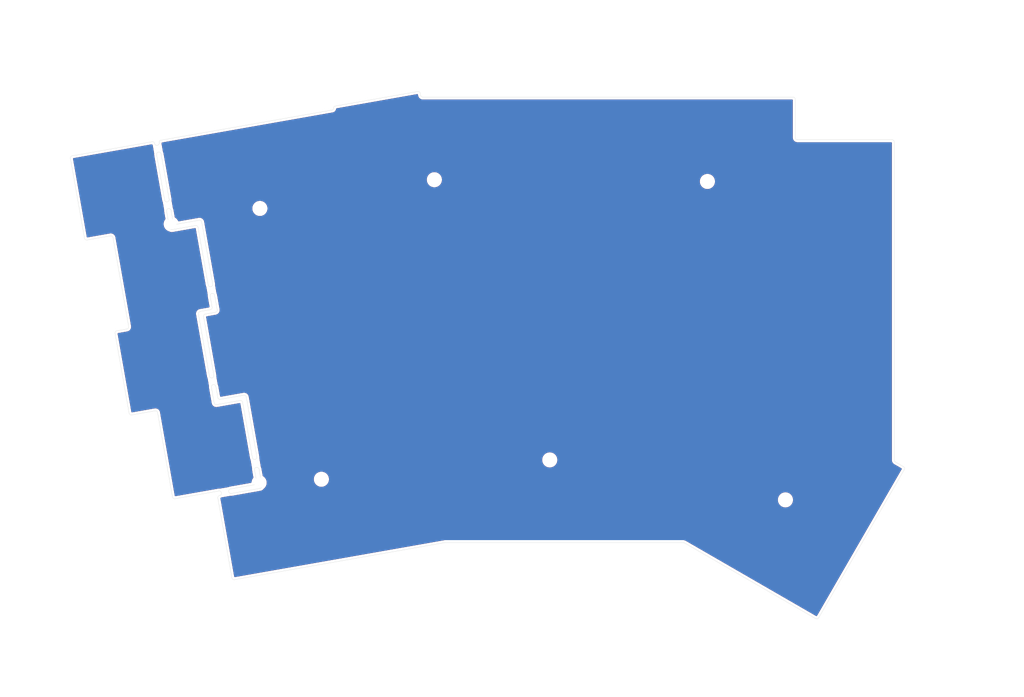
<source format=kicad_pcb>
(kicad_pcb (version 20171130) (host pcbnew "(5.1.2-1)-1")
  (layers (0 F.Cu signal) (31 B.Cu signal) (34 B.Paste user) (35 F.Paste user) (36 B.SilkS user) (37 F.SilkS user) (38 B.Mask user) (39 F.Mask user) (44 Edge.Cuts user))
  (net 0 "")
  (module angelina72:Outline_MXCherry_1.25u (layer F.Cu) (at 148.940254 122.484071)
    (fp_text reference REF** hide)
    (fp_text value Outline_MXCherry_1.25u hide)
  )
  (module angelina72:Outline_MXCherry_1.25u (layer F.Cu) (at 125.127754 122.484071)
    (fp_text reference REF** hide)
    (fp_text value Outline_MXCherry_1.25u hide)
  )
  (module angelina72:Outline_MXCherry_1u (layer F.Cu) (at 100.805062 124.820363 10)
    (fp_text reference REF** hide)
    (fp_text value Outline_MXCherry_1u hide)
  )
  (module angelina72:Outline_MXCherry_1.25u (layer F.Cu) (at 79.699401 128.541861 10)
    (fp_text reference REF** hide)
    (fp_text value Outline_MXCherry_1.25u hide)
  )
  (module angelina72:Outline_MXCherry_1u (layer F.Cu) (at 102.187211 105.232776 10)
    (fp_text reference REF** hide)
    (fp_text value Outline_MXCherry_1u hide)
  )
  (module angelina72:Outline_MXCherry_1u (layer F.Cu) (at 64.666036 111.848772 10)
    (fp_text reference REF** hide)
    (fp_text value Outline_MXCherry_1u hide)
  )
  (module angelina72:Outline_MXCherry_1u (layer F.Cu) (at 83.426623 108.540774 10)
    (fp_text reference REF** hide)
    (fp_text value Outline_MXCherry_1u hide)
  )
  (module angelina72:Outline_MXCherry_1u (layer F.Cu) (at 93.01653 87.505938 10)
    (fp_text reference REF** hide)
    (fp_text value Outline_MXCherry_1u hide)
  )
  (module angelina72:Outline_MXCherry_1u (layer F.Cu) (at 55.495355 94.121934 10)
    (fp_text reference REF** hide)
    (fp_text value Outline_MXCherry_1u hide)
  )
  (module angelina72:Outline_MXCherry_1u (layer F.Cu) (at 74.255942 90.813936 10)
    (fp_text reference REF** hide)
    (fp_text value Outline_MXCherry_1u hide)
  )
  (module angelina72:Outline_MXCherry_1u (layer F.Cu) (at 55.235953 74.823796 10)
    (fp_text reference REF** hide)
    (fp_text value Outline_MXCherry_1u hide)
  )
  (module angelina72:Outline_MXCherry_1u (layer F.Cu) (at 73.996539 71.515798 10)
    (fp_text reference REF** hide)
    (fp_text value Outline_MXCherry_1u hide)
  )
  (module angelina72:Outline_MXCherry_1u (layer F.Cu) (at 92.757128 68.2078 10)
    (fp_text reference REF** hide)
    (fp_text value Outline_MXCherry_1u hide)
  )
  (module angelina72:Outline_MXCherry_1u (layer F.Cu) (at 102.222983 46.469442 10)
    (fp_text reference REF** hide)
    (fp_text value Outline_MXCherry_1u hide)
  )
  (module angelina72:Outline_MXCherry_1u (layer F.Cu) (at 83.586446 50.480962 10)
    (fp_text reference REF** hide)
    (fp_text value Outline_MXCherry_1u hide)
  )
  (module angelina72:Outline_MXCherry_1u (layer F.Cu) (at 64.825858 53.78896 10)
    (fp_text reference REF** hide)
    (fp_text value Outline_MXCherry_1u hide)
  )
  (module angelina72:Outline_MXCherry_1u (layer F.Cu) (at 46.065271 57.096958 10)
    (fp_text reference REF** hide)
    (fp_text value Outline_MXCherry_1u hide)
  )
  (module angelina72:Outline_MXCherry_1u (layer F.Cu) (at 173.889634 125.988788 330)
    (fp_text reference REF** hide)
    (fp_text value Outline_MXCherry_1u hide)
  )
  (module angelina72:Outline_MXCherry_1u (layer F.Cu) (at 190.387418 135.513787 330)
    (fp_text reference REF** hide)
    (fp_text value Outline_MXCherry_1u hide)
  )
  (module angelina72:Outline_MXCherry_1u (layer F.Cu) (at 199.912419 119.016003 330)
    (fp_text reference REF** hide)
    (fp_text value Outline_MXCherry_1u hide)
  )
  (module angelina72:Outline_MXCherry_1u (layer F.Cu) (at 160.846504 103.43407)
    (fp_text reference REF** hide)
    (fp_text value Outline_MXCherry_1u hide)
  )
  (module angelina72:Outline_MXCherry_1u (layer F.Cu) (at 179.896505 103.43407)
    (fp_text reference REF** hide)
    (fp_text value Outline_MXCherry_1u hide)
  )
  (module angelina72:Outline_MXCherry_1u (layer F.Cu) (at 122.746505 103.434071)
    (fp_text reference REF** hide)
    (fp_text value Outline_MXCherry_1u hide)
  )
  (module angelina72:Outline_MXCherry_1u (layer F.Cu) (at 141.796505 103.43407)
    (fp_text reference REF** hide)
    (fp_text value Outline_MXCherry_1u hide)
  )
  (module angelina72:Outline_MXCherry_1u (layer F.Cu) (at 170.371504 84.384071)
    (fp_text reference REF** hide)
    (fp_text value Outline_MXCherry_1u hide)
  )
  (module angelina72:Outline_MXCherry_1u (layer F.Cu) (at 132.271503 84.384071)
    (fp_text reference REF** hide)
    (fp_text value Outline_MXCherry_1u hide)
  )
  (module angelina72:Outline_MXCherry_1u (layer F.Cu) (at 113.221504 84.38407)
    (fp_text reference REF** hide)
    (fp_text value Outline_MXCherry_1u hide)
  )
  (module angelina72:Outline_MXCherry_1u (layer F.Cu) (at 151.321505 84.38407)
    (fp_text reference REF** hide)
    (fp_text value Outline_MXCherry_1u hide)
  )
  (module angelina72:Outline_MXCherry_1u (layer F.Cu) (at 170.371504 65.33407)
    (fp_text reference REF** hide)
    (fp_text value Outline_MXCherry_1u hide)
  )
  (module angelina72:Outline_MXCherry_1u (layer F.Cu) (at 151.321504 65.33407)
    (fp_text reference REF** hide)
    (fp_text value Outline_MXCherry_1u hide)
  )
  (module angelina72:Outline_MXCherry_1u (layer F.Cu) (at 113.221503 65.334071)
    (fp_text reference REF** hide)
    (fp_text value Outline_MXCherry_1u hide)
  )
  (module angelina72:Outline_MXCherry_1u (layer F.Cu) (at 132.271504 65.334072)
    (fp_text reference REF** hide)
    (fp_text value Outline_MXCherry_1u hide)
  )
  (module angelina72:Outline_MXCherry_1u (layer F.Cu) (at 122.746504 46.284071)
    (fp_text reference REF** hide)
    (fp_text value Outline_MXCherry_1u hide)
  )
  (module angelina72:Outline_MXCherry_1u (layer F.Cu) (at 141.796504 46.284071)
    (fp_text reference REF** hide)
    (fp_text value Outline_MXCherry_1u hide)
  )
  (module angelina72:Outline_MXCherry_1u (layer F.Cu) (at 160.846504 46.284073)
    (fp_text reference REF** hide)
    (fp_text value Outline_MXCherry_1u hide)
  )
  (module angelina72:Outline_MXCherry_1u (layer F.Cu) (at 179.896504 46.284072)
    (fp_text reference REF** hide)
    (fp_text value Outline_MXCherry_1u hide)
  )
  (module angelina72:M2_Hole_NoPad (layer F.Cu) (at 170.368379 55.106253 10)
    (fp_text reference REF** hide)
    (fp_text value M2_Hole_NoPad hide)
    (pad 1 np_thru_hole circle (at 0 0 10) (size 2.2 2.2) (drill 2.2) (layers *.Cu *.Mask))
  )
  (module angelina72:M2_Hole_NoPad (layer F.Cu) (at 75.571832 118.846309 10)
    (fp_text reference REF** hide)
    (fp_text value M2_Hole_NoPad hide)
    (pad 1 np_thru_hole circle (at 0 0 10) (size 2.2 2.2) (drill 2.2) (layers *.Cu *.Mask))
  )
  (module angelina72:M2_Hole_NoPad (layer F.Cu) (at 56.976079 64.124073 10)
    (fp_text reference REF** hide)
    (fp_text value M2_Hole_NoPad hide)
    (pad 1 np_thru_hole circle (at 0 0 10) (size 2.2 2.2) (drill 2.2) (layers *.Cu *.Mask))
  )
  (module angelina72:M2_Hole_NoPad (layer F.Cu) (at 112.631512 54.738209 10)
    (fp_text reference REF** hide)
    (fp_text value M2_Hole_NoPad hide)
    (pad 1 np_thru_hole circle (at 0 0 10) (size 2.2 2.2) (drill 2.2) (layers *.Cu *.Mask))
  )
  (module angelina72:M2_Hole_NoPad (layer F.Cu) (at 137.034104 114.030638 10)
    (fp_text reference REF** hide)
    (fp_text value M2_Hole_NoPad hide)
    (pad 1 np_thru_hole circle (at 0 0 10) (size 2.2 2.2) (drill 2.2) (layers *.Cu *.Mask))
  )
  (module angelina72:M2_Hole_NoPad (layer F.Cu) (at 186.869288 122.484103 330)
    (fp_text reference REF** hide)
    (fp_text value M2_Hole_NoPad hide)
    (pad 1 np_thru_hole circle (at 0 0 330) (size 2.2 2.2) (drill 2.2) (layers *.Cu *.Mask))
  )
  (module angelina72:M2_Hole_NoPad (layer F.Cu) (at 75.736907 60.816032 10)
    (fp_text reference REF** hide)
    (fp_text value M2_Hole_NoPad hide)
    (pad 1 np_thru_hole circle (at 0 0 10) (size 2.2 2.2) (drill 2.2) (layers *.Cu *.Mask))
  )
  (module angelina72:M2_Hole_NoPad (layer F.Cu) (at 88.742855 118.121617 10)
    (fp_text reference REF** hide)
    (fp_text value M2_Hole_NoPad hide)
    (pad 1 np_thru_hole circle (at 0 0 10) (size 2.2 2.2) (drill 2.2) (layers *.Cu *.Mask))
  )
  (module angelina72:Credit (layer F.Cu) (at 137.034005 130.104072)
    (fp_text reference REF** hide)
    (fp_text value Credit hide)
  )
  (gr_arc (start 57.872193 63.719823) (end 57.403178 63.802523) (angle -90) (layer Edge.Cuts) (width 0.05))
  (gr_arc (start 57.099563 64.823252) (end 56.630549 64.905952) (angle -90) (layer Edge.Cuts) (width 0.05))
  (gr_arc (start 70.283411 138.906897) (end 69.814394 138.9896) (angle -90) (layer Edge.Cuts) (width 0.05))
  (gr_line (start 114.88838 131.532824) (end 165.267026 131.533512) (layer Edge.Cuts) (width 0.05))
  (gr_arc (start 114.888379 132.009071) (end 114.88838 131.532824) (angle -10.00000014) (layer Edge.Cuts) (width 0.05))
  (gr_line (start 66.837195 122.10507) (end 69.814394 138.9896) (layer Edge.Cuts) (width 0.05))
  (gr_line (start 70.366113 139.375914) (end 114.805681 131.540059) (layer Edge.Cuts) (width 0.05))
  (gr_arc (start 74.625229 113.477877) (end 74.156214 113.560577) (angle -180) (layer Edge.Cuts) (width 0.05))
  (gr_arc (start 75.080079 116.057457) (end 75.549091 115.974758) (angle -180) (layer Edge.Cuts) (width 0.05))
  (gr_line (start 75.065913 118.719736) (end 74.611067 116.140155) (layer Edge.Cuts) (width 0.05))
  (gr_line (start 75.549091 115.974758) (end 76.169341 119.492368) (layer Edge.Cuts) (width 0.05))
  (gr_line (start 66.419761 98.482426) (end 66.833265 100.827499) (layer Edge.Cuts) (width 0.05))
  (gr_line (start 66.060633 101.930928) (end 65.481739 98.647824) (layer Edge.Cuts) (width 0.05))
  (gr_arc (start 65.950751 98.565126) (end 66.419761 98.482426) (angle -180) (layer Edge.Cuts) (width 0.05))
  (gr_arc (start 65.537249 96.220053) (end 65.068231 96.302752) (angle -180) (layer Edge.Cuts) (width 0.05))
  (gr_line (start 66.160354 79.184292) (end 66.697911 82.232884) (layer Edge.Cuts) (width 0.05))
  (gr_line (start 65.635829 81.694765) (end 65.222329 79.349684) (layer Edge.Cuts) (width 0.05))
  (gr_arc (start 65.69134 79.266988) (end 66.160354 79.184292) (angle -180) (layer Edge.Cuts) (width 0.05))
  (gr_arc (start 65.277848 76.921914) (end 64.808831 77.004615) (angle -180) (layer Edge.Cuts) (width 0.05))
  (gr_line (start 74.6796 119.27145) (end 69.520464 120.181167) (layer Edge.Cuts) (width 0.05))
  (gr_arc (start 69.603136 120.650165) (end 69.520464 120.181167) (angle -180.0026468) (layer Edge.Cuts) (width 0.05))
  (gr_arc (start 67.140837 121.084357) (end 67.223513 121.553352) (angle -180.0026468) (layer Edge.Cuts) (width 0.05))
  (gr_arc (start 188.469026 37.711591) (end 188.945278 37.71159) (angle -90) (layer Edge.Cuts) (width 0.05))
  (gr_arc (start 189.421525 45.807839) (end 188.945276 45.80784) (angle -90.00336866) (layer Edge.Cuts) (width 0.05))
  (gr_arc (start 209.424026 46.760341) (end 209.900276 46.76034) (angle -90) (layer Edge.Cuts) (width 0.05))
  (gr_arc (start 165.267026 132.009761) (end 165.505151 131.597318) (angle -30) (layer Edge.Cuts) (width 0.05))
  (gr_arc (start 210.376526 114.059089) (end 210.138402 114.471536) (angle 60) (layer Edge.Cuts) (width 0.05))
  (gr_arc (start 193.493434 147.205749) (end 193.255307 147.618191) (angle -90) (layer Edge.Cuts) (width 0.05))
  (gr_arc (start 211.590934 115.85996) (end 212.003379 116.098085) (angle -90) (layer Edge.Cuts) (width 0.05))
  (gr_line (start 211.829059 115.447516) (end 210.138402 114.471536) (layer Edge.Cuts) (width 0.05))
  (gr_line (start 193.905879 147.443874) (end 212.003379 116.098085) (layer Edge.Cuts) (width 0.05))
  (gr_line (start 165.505151 131.597318) (end 193.255307 147.618191) (layer Edge.Cuts) (width 0.05))
  (gr_arc (start 109.176697 36.538588) (end 109.645713 36.455886) (angle -90) (layer Edge.Cuts) (width 0.05))
  (gr_arc (start 110.183391 36.759077) (end 110.183389 37.235327) (angle 79.99997897) (layer Edge.Cuts) (width 0.05))
  (gr_line (start 188.945278 37.71159) (end 188.945276 45.80784) (layer Edge.Cuts) (width 0.05))
  (gr_line (start 110.183389 37.235327) (end 188.469026 37.235341) (layer Edge.Cuts) (width 0.05))
  (gr_arc (start 91.685141 39.501907) (end 91.623117 39.150143) (angle -90.00016041) (layer Edge.Cuts) (width 0.05))
  (gr_arc (start 90.981305 39.626011) (end 91.043696 39.97803) (angle -89.94903567) (layer Edge.Cuts) (width 0.05))
  (gr_arc (start 53.631743 104.122474) (end 54.10076 104.039776) (angle -90) (layer Edge.Cuts) (width 0.05))
  (gr_arc (start 48.541691 104.052796) (end 48.072674 104.135496) (angle -90) (layer Edge.Cuts) (width 0.05))
  (gr_arc (start 45.564494 87.168267) (end 45.481794 86.699252) (angle -90) (layer Edge.Cuts) (width 0.05))
  (gr_arc (start 47.50966 85.858089) (end 47.592357 86.327105) (angle -90) (layer Edge.Cuts) (width 0.05))
  (gr_arc (start 44.20166 67.097501) (end 44.670676 67.014801) (angle -90) (layer Edge.Cuts) (width 0.05))
  (gr_arc (start 39.111605 67.02782) (end 38.642591 67.110521) (angle -90) (layer Edge.Cuts) (width 0.05))
  (gr_arc (start 36.134407 50.143292) (end 36.05171 49.674278) (angle -90) (layer Edge.Cuts) (width 0.05))
  (gr_arc (start 67.306211 122.02237) (end 67.223513 121.553352) (angle -90.00012031) (layer Edge.Cuts) (width 0.05))
  (gr_arc (start 57.71237 121.779635) (end 57.243355 121.862334) (angle -90) (layer Edge.Cuts) (width 0.05))
  (gr_line (start 67.05814 120.615365) (end 57.79507 122.24865) (layer Edge.Cuts) (width 0.05))
  (gr_arc (start 74.596899 118.802437) (end 74.6796 119.27145) (angle -90) (layer Edge.Cuts) (width 0.05))
  (gr_arc (start 75.700329 119.575067) (end 75.783027 120.04408) (angle -90) (layer Edge.Cuts) (width 0.05))
  (gr_line (start 72.088719 101.835207) (end 74.156214 113.560577) (layer Edge.Cuts) (width 0.05))
  (gr_arc (start 72.392332 100.814479) (end 72.861344 100.731779) (angle -90) (layer Edge.Cuts) (width 0.05))
  (gr_arc (start 71.619701 101.917907) (end 72.088719 101.835207) (angle -90) (layer Edge.Cuts) (width 0.05))
  (gr_line (start 66.612348 102.317243) (end 71.537 101.448891) (layer Edge.Cuts) (width 0.05))
  (gr_arc (start 66.529647 101.848229) (end 66.060633 101.930928) (angle -90) (layer Edge.Cuts) (width 0.05))
  (gr_arc (start 67.302277 100.744799) (end 66.833265 100.827499) (angle -90) (layer Edge.Cuts) (width 0.05))
  (gr_line (start 62.752635 83.170341) (end 65.068231 96.302752) (layer Edge.Cuts) (width 0.05))
  (gr_arc (start 63.221649 83.08764) (end 63.13895 82.618626) (angle -90) (layer Edge.Cuts) (width 0.05))
  (gr_arc (start 64.283729 83.625762) (end 64.201028 83.156748) (angle -90) (layer Edge.Cuts) (width 0.05))
  (gr_line (start 65.249516 82.246477) (end 63.13895 82.618626) (layer Edge.Cuts) (width 0.05))
  (gr_arc (start 66.228898 82.315582) (end 66.311596 82.784596) (angle -90) (layer Edge.Cuts) (width 0.05))
  (gr_arc (start 65.166816 81.777464) (end 65.249516 82.246477) (angle -90) (layer Edge.Cuts) (width 0.05))
  (gr_line (start 62.658632 64.810231) (end 64.808831 77.004615) (layer Edge.Cuts) (width 0.05))
  (gr_arc (start 62.189616 64.892932) (end 62.658632 64.810231) (angle -90) (layer Edge.Cuts) (width 0.05))
  (gr_arc (start 62.96225 63.789501) (end 63.431262 63.706802) (angle -90) (layer Edge.Cuts) (width 0.05))
  (gr_line (start 75.783027 120.04408) (end 69.685832 121.119162) (layer Edge.Cuts) (width 0.05))
  (gr_line (start 72.861344 100.731779) (end 75.094244 113.395172) (layer Edge.Cuts) (width 0.05))
  (gr_line (start 67.384977 101.213811) (end 72.309631 100.345462) (layer Edge.Cuts) (width 0.05))
  (gr_line (start 63.814717 83.708462) (end 66.006266 96.137352) (layer Edge.Cuts) (width 0.05))
  (gr_line (start 66.311596 82.784596) (end 64.201028 83.156748) (layer Edge.Cuts) (width 0.05))
  (gr_line (start 63.431262 63.706802) (end 65.746863 76.839212) (layer Edge.Cuts) (width 0.05))
  (gr_line (start 57.954893 64.188838) (end 62.879547 63.320489) (layer Edge.Cuts) (width 0.05))
  (gr_line (start 57.182263 65.292267) (end 62.106916 64.423917) (layer Edge.Cuts) (width 0.05))
  (gr_line (start 56.948326 61.222943) (end 57.403178 63.802523) (layer Edge.Cuts) (width 0.05))
  (gr_line (start 56.010302 61.38834) (end 56.630549 64.905952) (layer Edge.Cuts) (width 0.05))
  (gr_arc (start 56.479315 61.305641) (end 56.948326 61.222943) (angle -180) (layer Edge.Cuts) (width 0.05))
  (gr_arc (start 56.065812 58.960572) (end 55.596798 59.043275) (angle -180) (layer Edge.Cuts) (width 0.05))
  (gr_line (start 52.936236 46.697079) (end 36.05171 49.674278) (layer Edge.Cuts) (width 0.05))
  (gr_arc (start 53.018936 47.166094) (end 53.487953 47.083392) (angle -90) (layer Edge.Cuts) (width 0.05))
  (gr_arc (start 54.894997 46.83529) (end 54.812299 46.366279) (angle -90) (layer Edge.Cuts) (width 0.05))
  (gr_arc (start 54.370463 49.345767) (end 54.83948 49.263069) (angle -180) (layer Edge.Cuts) (width 0.05))
  (gr_arc (start 53.956966 47.000693) (end 53.487953 47.083392) (angle -180) (layer Edge.Cuts) (width 0.05))
  (gr_line (start 56.534829 58.877869) (end 54.83948 49.263069) (layer Edge.Cuts) (width 0.05))
  (gr_line (start 53.901449 49.428466) (end 55.596798 59.043275) (layer Edge.Cuts) (width 0.05))
  (gr_line (start 54.10076 104.039776) (end 57.243355 121.862334) (layer Edge.Cuts) (width 0.05))
  (gr_line (start 48.624392 104.521812) (end 53.549043 103.653464) (layer Edge.Cuts) (width 0.05))
  (gr_line (start 45.095476 87.250968) (end 48.072674 104.135496) (layer Edge.Cuts) (width 0.05))
  (gr_line (start 47.592357 86.327105) (end 45.481794 86.699252) (layer Edge.Cuts) (width 0.05))
  (gr_line (start 44.670676 67.014801) (end 47.978675 85.775389) (layer Edge.Cuts) (width 0.05))
  (gr_line (start 39.194305 67.496835) (end 44.118959 66.628486) (layer Edge.Cuts) (width 0.05))
  (gr_line (start 35.665394 50.225992) (end 38.642591 67.110521) (layer Edge.Cuts) (width 0.05))
  (gr_line (start 109.645713 36.455886) (end 109.714375 36.841779) (layer Edge.Cuts) (width 0.05))
  (gr_line (start 91.623117 39.150143) (end 109.093998 36.06957) (layer Edge.Cuts) (width 0.05))
  (gr_line (start 54.812299 46.366279) (end 91.043696 39.97803) (layer Edge.Cuts) (width 0.05))
  (gr_line (start 209.424023 46.28409) (end 189.421555 46.284078) (layer Edge.Cuts) (width 0.05))
  (gr_line (start 209.900276 114.05909) (end 209.900276 46.76034) (layer Edge.Cuts) (width 0.05))
  (zone (net 0) (net_name "") (layer B.Cu) (connect_pads (clearance 0.508)) (min_thickness 0.254) (fill yes (arc_segments 32) (thermal_gap 0.508) (thermal_bridge_width 0.508))
    (polygon (pts (xy 32.020878 34.37782) (xy 213.234004 34.37782) (xy 213.234005 148.677819) (xy 31.782755 148.67782)))
  )
  (zone (net 0) (net_name "") (layer F.Cu) (connect_pads (clearance 0.508)) (min_thickness 0.254) (fill yes (arc_segments 32) (thermal_gap 0.508) (thermal_bridge_width 0.508))
    (polygon (pts (xy 32.020878 34.37782) (xy 213.234004 34.37782) (xy 213.234005 148.677819) (xy 31.782755 148.67782)))
  )
  (zone (net 0) (net_name "") (layers F&B.Cu) (connect_pads (clearance 0.508)) (min_thickness 0.254)
    (keepout (tracks allowed) (vias allowed) (copperpour not_allowed))
    (fill (arc_segments 32) (thermal_gap 0.508) (thermal_bridge_width 0.508))
    (polygon (pts (xy 66.858157 120.166986) (xy 69.437739 119.712136) (xy 69.768538 121.588194) (xy 67.188957 122.043045)))
  )
  (zone (net 0) (net_name "") (layers F&B.Cu) (connect_pads (clearance 0.508)) (min_thickness 0.254)
    (keepout (tracks allowed) (vias allowed) (copperpour not_allowed))
    (fill (arc_segments 32) (thermal_gap 0.508) (thermal_bridge_width 0.508))
    (polygon (pts (xy 74.14205 116.222857) (xy 73.687199 113.643276) (xy 75.56326 113.312477) (xy 76.018107 115.892055)))
  )
  (zone (net 0) (net_name "") (layers F&B.Cu) (connect_pads (clearance 0.508)) (min_thickness 0.254)
    (keepout (tracks allowed) (vias allowed) (copperpour not_allowed))
    (fill (arc_segments 32) (thermal_gap 0.508) (thermal_bridge_width 0.508))
    (polygon (pts (xy 65.012718 98.730525) (xy 64.599217 96.385453) (xy 66.475278 96.054652) (xy 66.888776 98.399725)))
  )
  (zone (net 0) (net_name "") (layers F&B.Cu) (connect_pads (clearance 0.508)) (min_thickness 0.254)
    (keepout (tracks allowed) (vias allowed) (copperpour not_allowed))
    (fill (arc_segments 32) (thermal_gap 0.508) (thermal_bridge_width 0.508))
    (polygon (pts (xy 64.753316 79.432388) (xy 64.339816 77.087314) (xy 66.215875 76.756515) (xy 66.629375 79.101588)))
  )
  (zone (net 0) (net_name "") (layers F&B.Cu) (connect_pads (clearance 0.508)) (min_thickness 0.254)
    (keepout (tracks allowed) (vias allowed) (copperpour not_allowed))
    (fill (arc_segments 32) (thermal_gap 0.508) (thermal_bridge_width 0.508))
    (polygon (pts (xy 55.541284 61.471042) (xy 55.127785 59.12597) (xy 57.003844 58.795169) (xy 57.417343 61.140241)))
  )
  (zone (net 0) (net_name "") (layers F&B.Cu) (connect_pads (clearance 0.508)) (min_thickness 0.254)
    (keepout (tracks allowed) (vias allowed) (copperpour not_allowed))
    (fill (arc_segments 32) (thermal_gap 0.508) (thermal_bridge_width 0.508))
    (polygon (pts (xy 53.432436 49.511168) (xy 53.018935 47.166094) (xy 54.894995 46.835294) (xy 55.308494 49.180368)))
  )
)
</source>
